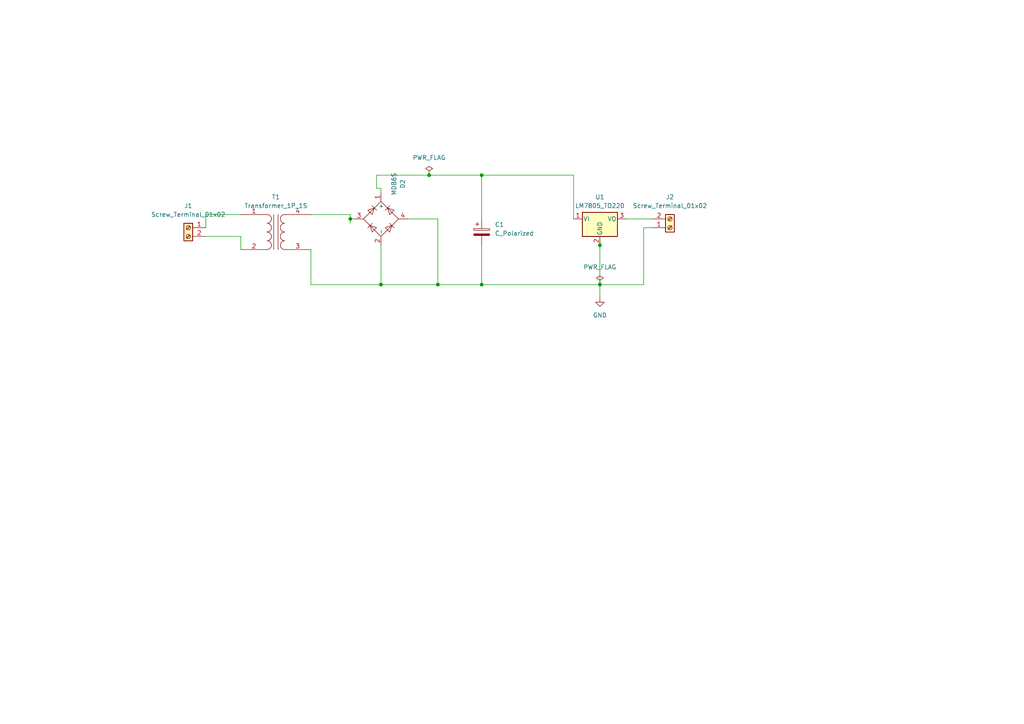
<source format=kicad_sch>
(kicad_sch
	(version 20231120)
	(generator "eeschema")
	(generator_version "8.0")
	(uuid "3c92d884-7798-48df-92d5-21c477ac3593")
	(paper "A4")
	(title_block
		(title "AC TO DC CONVERTOR")
		(date "2025-02-04")
		(rev "V0.01")
		(company "PROTOSEM 1.15")
	)
	(lib_symbols
		(symbol "Connector:Screw_Terminal_01x02"
			(pin_names
				(offset 1.016) hide)
			(exclude_from_sim no)
			(in_bom yes)
			(on_board yes)
			(property "Reference" "J"
				(at 0 2.54 0)
				(effects
					(font
						(size 1.27 1.27)
					)
				)
			)
			(property "Value" "Screw_Terminal_01x02"
				(at 0 -5.08 0)
				(effects
					(font
						(size 1.27 1.27)
					)
				)
			)
			(property "Footprint" ""
				(at 0 0 0)
				(effects
					(font
						(size 1.27 1.27)
					)
					(hide yes)
				)
			)
			(property "Datasheet" "~"
				(at 0 0 0)
				(effects
					(font
						(size 1.27 1.27)
					)
					(hide yes)
				)
			)
			(property "Description" "Generic screw terminal, single row, 01x02, script generated (kicad-library-utils/schlib/autogen/connector/)"
				(at 0 0 0)
				(effects
					(font
						(size 1.27 1.27)
					)
					(hide yes)
				)
			)
			(property "ki_keywords" "screw terminal"
				(at 0 0 0)
				(effects
					(font
						(size 1.27 1.27)
					)
					(hide yes)
				)
			)
			(property "ki_fp_filters" "TerminalBlock*:*"
				(at 0 0 0)
				(effects
					(font
						(size 1.27 1.27)
					)
					(hide yes)
				)
			)
			(symbol "Screw_Terminal_01x02_1_1"
				(rectangle
					(start -1.27 1.27)
					(end 1.27 -3.81)
					(stroke
						(width 0.254)
						(type default)
					)
					(fill
						(type background)
					)
				)
				(circle
					(center 0 -2.54)
					(radius 0.635)
					(stroke
						(width 0.1524)
						(type default)
					)
					(fill
						(type none)
					)
				)
				(polyline
					(pts
						(xy -0.5334 -2.2098) (xy 0.3302 -3.048)
					)
					(stroke
						(width 0.1524)
						(type default)
					)
					(fill
						(type none)
					)
				)
				(polyline
					(pts
						(xy -0.5334 0.3302) (xy 0.3302 -0.508)
					)
					(stroke
						(width 0.1524)
						(type default)
					)
					(fill
						(type none)
					)
				)
				(polyline
					(pts
						(xy -0.3556 -2.032) (xy 0.508 -2.8702)
					)
					(stroke
						(width 0.1524)
						(type default)
					)
					(fill
						(type none)
					)
				)
				(polyline
					(pts
						(xy -0.3556 0.508) (xy 0.508 -0.3302)
					)
					(stroke
						(width 0.1524)
						(type default)
					)
					(fill
						(type none)
					)
				)
				(circle
					(center 0 0)
					(radius 0.635)
					(stroke
						(width 0.1524)
						(type default)
					)
					(fill
						(type none)
					)
				)
				(pin passive line
					(at -5.08 0 0)
					(length 3.81)
					(name "Pin_1"
						(effects
							(font
								(size 1.27 1.27)
							)
						)
					)
					(number "1"
						(effects
							(font
								(size 1.27 1.27)
							)
						)
					)
				)
				(pin passive line
					(at -5.08 -2.54 0)
					(length 3.81)
					(name "Pin_2"
						(effects
							(font
								(size 1.27 1.27)
							)
						)
					)
					(number "2"
						(effects
							(font
								(size 1.27 1.27)
							)
						)
					)
				)
			)
		)
		(symbol "Device:C_Polarized"
			(pin_numbers hide)
			(pin_names
				(offset 0.254)
			)
			(exclude_from_sim no)
			(in_bom yes)
			(on_board yes)
			(property "Reference" "C"
				(at 0.635 2.54 0)
				(effects
					(font
						(size 1.27 1.27)
					)
					(justify left)
				)
			)
			(property "Value" "C_Polarized"
				(at 0.635 -2.54 0)
				(effects
					(font
						(size 1.27 1.27)
					)
					(justify left)
				)
			)
			(property "Footprint" ""
				(at 0.9652 -3.81 0)
				(effects
					(font
						(size 1.27 1.27)
					)
					(hide yes)
				)
			)
			(property "Datasheet" "~"
				(at 0 0 0)
				(effects
					(font
						(size 1.27 1.27)
					)
					(hide yes)
				)
			)
			(property "Description" "Polarized capacitor"
				(at 0 0 0)
				(effects
					(font
						(size 1.27 1.27)
					)
					(hide yes)
				)
			)
			(property "ki_keywords" "cap capacitor"
				(at 0 0 0)
				(effects
					(font
						(size 1.27 1.27)
					)
					(hide yes)
				)
			)
			(property "ki_fp_filters" "CP_*"
				(at 0 0 0)
				(effects
					(font
						(size 1.27 1.27)
					)
					(hide yes)
				)
			)
			(symbol "C_Polarized_0_1"
				(rectangle
					(start -2.286 0.508)
					(end 2.286 1.016)
					(stroke
						(width 0)
						(type default)
					)
					(fill
						(type none)
					)
				)
				(polyline
					(pts
						(xy -1.778 2.286) (xy -0.762 2.286)
					)
					(stroke
						(width 0)
						(type default)
					)
					(fill
						(type none)
					)
				)
				(polyline
					(pts
						(xy -1.27 2.794) (xy -1.27 1.778)
					)
					(stroke
						(width 0)
						(type default)
					)
					(fill
						(type none)
					)
				)
				(rectangle
					(start 2.286 -0.508)
					(end -2.286 -1.016)
					(stroke
						(width 0)
						(type default)
					)
					(fill
						(type outline)
					)
				)
			)
			(symbol "C_Polarized_1_1"
				(pin passive line
					(at 0 3.81 270)
					(length 2.794)
					(name "~"
						(effects
							(font
								(size 1.27 1.27)
							)
						)
					)
					(number "1"
						(effects
							(font
								(size 1.27 1.27)
							)
						)
					)
				)
				(pin passive line
					(at 0 -3.81 90)
					(length 2.794)
					(name "~"
						(effects
							(font
								(size 1.27 1.27)
							)
						)
					)
					(number "2"
						(effects
							(font
								(size 1.27 1.27)
							)
						)
					)
				)
			)
		)
		(symbol "Device:Transformer_1P_1S"
			(pin_names
				(offset 1.016) hide)
			(exclude_from_sim no)
			(in_bom yes)
			(on_board yes)
			(property "Reference" "T"
				(at 0 6.35 0)
				(effects
					(font
						(size 1.27 1.27)
					)
				)
			)
			(property "Value" "Transformer_1P_1S"
				(at 0 -7.62 0)
				(effects
					(font
						(size 1.27 1.27)
					)
				)
			)
			(property "Footprint" ""
				(at 0 0 0)
				(effects
					(font
						(size 1.27 1.27)
					)
					(hide yes)
				)
			)
			(property "Datasheet" "~"
				(at 0 0 0)
				(effects
					(font
						(size 1.27 1.27)
					)
					(hide yes)
				)
			)
			(property "Description" "Transformer, single primary, single secondary"
				(at 0 0 0)
				(effects
					(font
						(size 1.27 1.27)
					)
					(hide yes)
				)
			)
			(property "ki_keywords" "transformer coil magnet"
				(at 0 0 0)
				(effects
					(font
						(size 1.27 1.27)
					)
					(hide yes)
				)
			)
			(symbol "Transformer_1P_1S_0_1"
				(arc
					(start -2.54 -5.0546)
					(mid -1.6599 -4.6901)
					(end -1.27 -3.81)
					(stroke
						(width 0)
						(type default)
					)
					(fill
						(type none)
					)
				)
				(arc
					(start -2.54 -2.5146)
					(mid -1.6599 -2.1501)
					(end -1.27 -1.27)
					(stroke
						(width 0)
						(type default)
					)
					(fill
						(type none)
					)
				)
				(arc
					(start -2.54 0.0254)
					(mid -1.6599 0.3899)
					(end -1.27 1.27)
					(stroke
						(width 0)
						(type default)
					)
					(fill
						(type none)
					)
				)
				(arc
					(start -2.54 2.5654)
					(mid -1.6599 2.9299)
					(end -1.27 3.81)
					(stroke
						(width 0)
						(type default)
					)
					(fill
						(type none)
					)
				)
				(arc
					(start -1.27 -3.81)
					(mid -1.642 -2.912)
					(end -2.54 -2.54)
					(stroke
						(width 0)
						(type default)
					)
					(fill
						(type none)
					)
				)
				(arc
					(start -1.27 -1.27)
					(mid -1.642 -0.372)
					(end -2.54 0)
					(stroke
						(width 0)
						(type default)
					)
					(fill
						(type none)
					)
				)
				(arc
					(start -1.27 1.27)
					(mid -1.642 2.168)
					(end -2.54 2.54)
					(stroke
						(width 0)
						(type default)
					)
					(fill
						(type none)
					)
				)
				(arc
					(start -1.27 3.81)
					(mid -1.642 4.708)
					(end -2.54 5.08)
					(stroke
						(width 0)
						(type default)
					)
					(fill
						(type none)
					)
				)
				(polyline
					(pts
						(xy -0.635 5.08) (xy -0.635 -5.08)
					)
					(stroke
						(width 0)
						(type default)
					)
					(fill
						(type none)
					)
				)
				(polyline
					(pts
						(xy 0.635 -5.08) (xy 0.635 5.08)
					)
					(stroke
						(width 0)
						(type default)
					)
					(fill
						(type none)
					)
				)
				(arc
					(start 1.2954 -1.27)
					(mid 1.6599 -2.1501)
					(end 2.54 -2.5146)
					(stroke
						(width 0)
						(type default)
					)
					(fill
						(type none)
					)
				)
				(arc
					(start 1.2954 1.27)
					(mid 1.6599 0.3899)
					(end 2.54 0.0254)
					(stroke
						(width 0)
						(type default)
					)
					(fill
						(type none)
					)
				)
				(arc
					(start 1.2954 3.81)
					(mid 1.6599 2.9299)
					(end 2.54 2.5654)
					(stroke
						(width 0)
						(type default)
					)
					(fill
						(type none)
					)
				)
				(arc
					(start 1.3208 -3.81)
					(mid 1.6853 -4.6901)
					(end 2.5654 -5.0546)
					(stroke
						(width 0)
						(type default)
					)
					(fill
						(type none)
					)
				)
				(arc
					(start 2.54 0)
					(mid 1.642 -0.372)
					(end 1.2954 -1.27)
					(stroke
						(width 0)
						(type default)
					)
					(fill
						(type none)
					)
				)
				(arc
					(start 2.54 2.54)
					(mid 1.642 2.168)
					(end 1.2954 1.27)
					(stroke
						(width 0)
						(type default)
					)
					(fill
						(type none)
					)
				)
				(arc
					(start 2.54 5.08)
					(mid 1.642 4.708)
					(end 1.2954 3.81)
					(stroke
						(width 0)
						(type default)
					)
					(fill
						(type none)
					)
				)
				(arc
					(start 2.5654 -2.54)
					(mid 1.6674 -2.912)
					(end 1.3208 -3.81)
					(stroke
						(width 0)
						(type default)
					)
					(fill
						(type none)
					)
				)
			)
			(symbol "Transformer_1P_1S_1_1"
				(pin passive line
					(at -10.16 5.08 0)
					(length 7.62)
					(name "AA"
						(effects
							(font
								(size 1.27 1.27)
							)
						)
					)
					(number "1"
						(effects
							(font
								(size 1.27 1.27)
							)
						)
					)
				)
				(pin passive line
					(at -10.16 -5.08 0)
					(length 7.62)
					(name "AB"
						(effects
							(font
								(size 1.27 1.27)
							)
						)
					)
					(number "2"
						(effects
							(font
								(size 1.27 1.27)
							)
						)
					)
				)
				(pin passive line
					(at 10.16 -5.08 180)
					(length 7.62)
					(name "SA"
						(effects
							(font
								(size 1.27 1.27)
							)
						)
					)
					(number "3"
						(effects
							(font
								(size 1.27 1.27)
							)
						)
					)
				)
				(pin passive line
					(at 10.16 5.08 180)
					(length 7.62)
					(name "SB"
						(effects
							(font
								(size 1.27 1.27)
							)
						)
					)
					(number "4"
						(effects
							(font
								(size 1.27 1.27)
							)
						)
					)
				)
			)
		)
		(symbol "Diode_Bridge:MDB6S"
			(exclude_from_sim no)
			(in_bom yes)
			(on_board yes)
			(property "Reference" "D"
				(at 3.81 6.35 0)
				(effects
					(font
						(size 1.27 1.27)
					)
				)
			)
			(property "Value" "MDB6S"
				(at 6.35 3.81 0)
				(effects
					(font
						(size 1.27 1.27)
					)
				)
			)
			(property "Footprint" "Package_SO:TSSOP-4_4.4x5mm_P4mm"
				(at 0 0 0)
				(effects
					(font
						(size 1.27 1.27)
					)
					(hide yes)
				)
			)
			(property "Datasheet" "https://www.onsemi.com/pub/Collateral/MDB8S-D.PDF"
				(at 0 0 0)
				(effects
					(font
						(size 1.27 1.27)
					)
					(hide yes)
				)
			)
			(property "Description" "Single-Phase Bridge Rectifier, 420V Vrms, 1A If, TSSOP-4"
				(at 0 0 0)
				(effects
					(font
						(size 1.27 1.27)
					)
					(hide yes)
				)
			)
			(property "ki_keywords" "bridge diode rectifier ac dc acdc ac-dc"
				(at 0 0 0)
				(effects
					(font
						(size 1.27 1.27)
					)
					(hide yes)
				)
			)
			(property "ki_fp_filters" "TSSOP*4.4x5mm*P4mm*"
				(at 0 0 0)
				(effects
					(font
						(size 1.27 1.27)
					)
					(hide yes)
				)
			)
			(symbol "MDB6S_1_1"
				(polyline
					(pts
						(xy -2.54 3.81) (xy -1.27 2.54)
					)
					(stroke
						(width 0)
						(type default)
					)
					(fill
						(type none)
					)
				)
				(polyline
					(pts
						(xy -1.27 -2.54) (xy -2.54 -3.81)
					)
					(stroke
						(width 0)
						(type default)
					)
					(fill
						(type none)
					)
				)
				(polyline
					(pts
						(xy 2.54 -1.27) (xy 3.81 -2.54)
					)
					(stroke
						(width 0)
						(type default)
					)
					(fill
						(type none)
					)
				)
				(polyline
					(pts
						(xy 2.54 1.27) (xy 3.81 2.54)
					)
					(stroke
						(width 0)
						(type default)
					)
					(fill
						(type none)
					)
				)
				(polyline
					(pts
						(xy -3.81 2.54) (xy -2.54 1.27) (xy -1.905 3.175) (xy -3.81 2.54)
					)
					(stroke
						(width 0)
						(type default)
					)
					(fill
						(type none)
					)
				)
				(polyline
					(pts
						(xy -2.54 -1.27) (xy -3.81 -2.54) (xy -1.905 -3.175) (xy -2.54 -1.27)
					)
					(stroke
						(width 0)
						(type default)
					)
					(fill
						(type none)
					)
				)
				(polyline
					(pts
						(xy 1.27 2.54) (xy 2.54 3.81) (xy 3.175 1.905) (xy 1.27 2.54)
					)
					(stroke
						(width 0)
						(type default)
					)
					(fill
						(type none)
					)
				)
				(polyline
					(pts
						(xy 3.175 -1.905) (xy 1.27 -2.54) (xy 2.54 -3.81) (xy 3.175 -1.905)
					)
					(stroke
						(width 0)
						(type default)
					)
					(fill
						(type none)
					)
				)
				(polyline
					(pts
						(xy -5.08 0) (xy 0 -5.08) (xy 5.08 0) (xy 0 5.08) (xy -5.08 0)
					)
					(stroke
						(width 0)
						(type default)
					)
					(fill
						(type none)
					)
				)
				(pin passive line
					(at 7.62 0 180)
					(length 2.54)
					(name "+"
						(effects
							(font
								(size 1.27 1.27)
							)
						)
					)
					(number "1"
						(effects
							(font
								(size 1.27 1.27)
							)
						)
					)
				)
				(pin passive line
					(at -7.62 0 0)
					(length 2.54)
					(name "-"
						(effects
							(font
								(size 1.27 1.27)
							)
						)
					)
					(number "2"
						(effects
							(font
								(size 1.27 1.27)
							)
						)
					)
				)
				(pin passive line
					(at 0 -7.62 90)
					(length 2.54)
					(name "~"
						(effects
							(font
								(size 1.27 1.27)
							)
						)
					)
					(number "3"
						(effects
							(font
								(size 1.27 1.27)
							)
						)
					)
				)
				(pin passive line
					(at 0 7.62 270)
					(length 2.54)
					(name "~"
						(effects
							(font
								(size 1.27 1.27)
							)
						)
					)
					(number "4"
						(effects
							(font
								(size 1.27 1.27)
							)
						)
					)
				)
			)
		)
		(symbol "Regulator_Linear:LM7805_TO220"
			(pin_names
				(offset 0.254)
			)
			(exclude_from_sim no)
			(in_bom yes)
			(on_board yes)
			(property "Reference" "U"
				(at -3.81 3.175 0)
				(effects
					(font
						(size 1.27 1.27)
					)
				)
			)
			(property "Value" "LM7805_TO220"
				(at 0 3.175 0)
				(effects
					(font
						(size 1.27 1.27)
					)
					(justify left)
				)
			)
			(property "Footprint" "Package_TO_SOT_THT:TO-220-3_Vertical"
				(at 0 5.715 0)
				(effects
					(font
						(size 1.27 1.27)
						(italic yes)
					)
					(hide yes)
				)
			)
			(property "Datasheet" "https://www.onsemi.cn/PowerSolutions/document/MC7800-D.PDF"
				(at 0 -1.27 0)
				(effects
					(font
						(size 1.27 1.27)
					)
					(hide yes)
				)
			)
			(property "Description" "Positive 1A 35V Linear Regulator, Fixed Output 5V, TO-220"
				(at 0 0 0)
				(effects
					(font
						(size 1.27 1.27)
					)
					(hide yes)
				)
			)
			(property "ki_keywords" "Voltage Regulator 1A Positive"
				(at 0 0 0)
				(effects
					(font
						(size 1.27 1.27)
					)
					(hide yes)
				)
			)
			(property "ki_fp_filters" "TO?220*"
				(at 0 0 0)
				(effects
					(font
						(size 1.27 1.27)
					)
					(hide yes)
				)
			)
			(symbol "LM7805_TO220_0_1"
				(rectangle
					(start -5.08 1.905)
					(end 5.08 -5.08)
					(stroke
						(width 0.254)
						(type default)
					)
					(fill
						(type background)
					)
				)
			)
			(symbol "LM7805_TO220_1_1"
				(pin power_in line
					(at -7.62 0 0)
					(length 2.54)
					(name "VI"
						(effects
							(font
								(size 1.27 1.27)
							)
						)
					)
					(number "1"
						(effects
							(font
								(size 1.27 1.27)
							)
						)
					)
				)
				(pin power_in line
					(at 0 -7.62 90)
					(length 2.54)
					(name "GND"
						(effects
							(font
								(size 1.27 1.27)
							)
						)
					)
					(number "2"
						(effects
							(font
								(size 1.27 1.27)
							)
						)
					)
				)
				(pin power_out line
					(at 7.62 0 180)
					(length 2.54)
					(name "VO"
						(effects
							(font
								(size 1.27 1.27)
							)
						)
					)
					(number "3"
						(effects
							(font
								(size 1.27 1.27)
							)
						)
					)
				)
			)
		)
		(symbol "power:GND"
			(power)
			(pin_numbers hide)
			(pin_names
				(offset 0) hide)
			(exclude_from_sim no)
			(in_bom yes)
			(on_board yes)
			(property "Reference" "#PWR"
				(at 0 -6.35 0)
				(effects
					(font
						(size 1.27 1.27)
					)
					(hide yes)
				)
			)
			(property "Value" "GND"
				(at 0 -3.81 0)
				(effects
					(font
						(size 1.27 1.27)
					)
				)
			)
			(property "Footprint" ""
				(at 0 0 0)
				(effects
					(font
						(size 1.27 1.27)
					)
					(hide yes)
				)
			)
			(property "Datasheet" ""
				(at 0 0 0)
				(effects
					(font
						(size 1.27 1.27)
					)
					(hide yes)
				)
			)
			(property "Description" "Power symbol creates a global label with name \"GND\" , ground"
				(at 0 0 0)
				(effects
					(font
						(size 1.27 1.27)
					)
					(hide yes)
				)
			)
			(property "ki_keywords" "global power"
				(at 0 0 0)
				(effects
					(font
						(size 1.27 1.27)
					)
					(hide yes)
				)
			)
			(symbol "GND_0_1"
				(polyline
					(pts
						(xy 0 0) (xy 0 -1.27) (xy 1.27 -1.27) (xy 0 -2.54) (xy -1.27 -1.27) (xy 0 -1.27)
					)
					(stroke
						(width 0)
						(type default)
					)
					(fill
						(type none)
					)
				)
			)
			(symbol "GND_1_1"
				(pin power_in line
					(at 0 0 270)
					(length 0)
					(name "~"
						(effects
							(font
								(size 1.27 1.27)
							)
						)
					)
					(number "1"
						(effects
							(font
								(size 1.27 1.27)
							)
						)
					)
				)
			)
		)
		(symbol "power:PWR_FLAG"
			(power)
			(pin_numbers hide)
			(pin_names
				(offset 0) hide)
			(exclude_from_sim no)
			(in_bom yes)
			(on_board yes)
			(property "Reference" "#FLG"
				(at 0 1.905 0)
				(effects
					(font
						(size 1.27 1.27)
					)
					(hide yes)
				)
			)
			(property "Value" "PWR_FLAG"
				(at 0 3.81 0)
				(effects
					(font
						(size 1.27 1.27)
					)
				)
			)
			(property "Footprint" ""
				(at 0 0 0)
				(effects
					(font
						(size 1.27 1.27)
					)
					(hide yes)
				)
			)
			(property "Datasheet" "~"
				(at 0 0 0)
				(effects
					(font
						(size 1.27 1.27)
					)
					(hide yes)
				)
			)
			(property "Description" "Special symbol for telling ERC where power comes from"
				(at 0 0 0)
				(effects
					(font
						(size 1.27 1.27)
					)
					(hide yes)
				)
			)
			(property "ki_keywords" "flag power"
				(at 0 0 0)
				(effects
					(font
						(size 1.27 1.27)
					)
					(hide yes)
				)
			)
			(symbol "PWR_FLAG_0_0"
				(pin power_out line
					(at 0 0 90)
					(length 0)
					(name "~"
						(effects
							(font
								(size 1.27 1.27)
							)
						)
					)
					(number "1"
						(effects
							(font
								(size 1.27 1.27)
							)
						)
					)
				)
			)
			(symbol "PWR_FLAG_0_1"
				(polyline
					(pts
						(xy 0 0) (xy 0 1.27) (xy -1.016 1.905) (xy 0 2.54) (xy 1.016 1.905) (xy 0 1.27)
					)
					(stroke
						(width 0)
						(type default)
					)
					(fill
						(type none)
					)
				)
			)
		)
	)
	(junction
		(at 173.99 71.12)
		(diameter 0)
		(color 0 0 0 0)
		(uuid "27648a08-bd6a-4674-ad76-54400beb5111")
	)
	(junction
		(at 139.7 82.55)
		(diameter 0)
		(color 0 0 0 0)
		(uuid "36155c92-2b99-4923-a5e3-b34deda7b017")
	)
	(junction
		(at 124.46 50.8)
		(diameter 0)
		(color 0 0 0 0)
		(uuid "790dd621-3291-4227-abed-65194b4c7caf")
	)
	(junction
		(at 173.99 82.55)
		(diameter 0)
		(color 0 0 0 0)
		(uuid "82a35ef7-bc54-433a-b4d2-e315469a4fc9")
	)
	(junction
		(at 127 82.55)
		(diameter 0)
		(color 0 0 0 0)
		(uuid "885b2b58-d29e-4fef-903b-d94abd260464")
	)
	(junction
		(at 139.7 50.8)
		(diameter 0)
		(color 0 0 0 0)
		(uuid "9d3d6e78-5670-4e9c-baff-f08df21cf19a")
	)
	(junction
		(at 101.6 63.5)
		(diameter 0)
		(color 0 0 0 0)
		(uuid "bda201c5-4e95-4ade-a2df-47897ae05ca5")
	)
	(junction
		(at 110.49 82.55)
		(diameter 0)
		(color 0 0 0 0)
		(uuid "fd0717f2-eadf-445f-a4fb-43eacc4ae44e")
	)
	(wire
		(pts
			(xy 173.99 71.12) (xy 173.99 82.55)
		)
		(stroke
			(width 0)
			(type default)
		)
		(uuid "03128bfd-c6d6-447d-92d2-6bdf80b8d812")
	)
	(wire
		(pts
			(xy 90.17 82.55) (xy 110.49 82.55)
		)
		(stroke
			(width 0)
			(type default)
		)
		(uuid "07873e4a-828d-48d3-b05c-9564ba141dbd")
	)
	(wire
		(pts
			(xy 173.99 82.55) (xy 139.7 82.55)
		)
		(stroke
			(width 0)
			(type default)
		)
		(uuid "0afa2903-b9b0-4aaa-a5ac-6fd4e60ab109")
	)
	(wire
		(pts
			(xy 109.22 50.8) (xy 124.46 50.8)
		)
		(stroke
			(width 0)
			(type default)
		)
		(uuid "0e981016-494e-423c-b9cb-84d3fc444f9c")
	)
	(wire
		(pts
			(xy 118.11 63.5) (xy 127 63.5)
		)
		(stroke
			(width 0)
			(type default)
		)
		(uuid "2073fe3e-a449-4e3d-8331-2f7663bd7e06")
	)
	(wire
		(pts
			(xy 139.7 50.8) (xy 166.37 50.8)
		)
		(stroke
			(width 0)
			(type default)
		)
		(uuid "23e6e2da-85a4-43ba-82db-93cd803c9ddf")
	)
	(wire
		(pts
			(xy 186.69 66.04) (xy 186.69 82.55)
		)
		(stroke
			(width 0)
			(type default)
		)
		(uuid "2811d804-a2b2-4298-bdc1-30d027b85949")
	)
	(wire
		(pts
			(xy 139.7 71.12) (xy 139.7 82.55)
		)
		(stroke
			(width 0)
			(type default)
		)
		(uuid "31e59176-a1fa-4c4d-a0e9-2bdd1da429d0")
	)
	(wire
		(pts
			(xy 59.69 68.58) (xy 69.85 68.58)
		)
		(stroke
			(width 0)
			(type default)
		)
		(uuid "37ba7d12-4f38-4abe-b772-dc463a07037d")
	)
	(wire
		(pts
			(xy 69.85 68.58) (xy 69.85 72.39)
		)
		(stroke
			(width 0)
			(type default)
		)
		(uuid "483930f5-72ef-473c-baa9-58b085fd0207")
	)
	(wire
		(pts
			(xy 124.46 50.8) (xy 139.7 50.8)
		)
		(stroke
			(width 0)
			(type default)
		)
		(uuid "49c5ba63-1d48-4b45-81be-101a92a08e6e")
	)
	(wire
		(pts
			(xy 59.69 62.23) (xy 59.69 66.04)
		)
		(stroke
			(width 0)
			(type default)
		)
		(uuid "4e301b5e-f7f1-4638-847f-0c00100c17c6")
	)
	(wire
		(pts
			(xy 110.49 82.55) (xy 127 82.55)
		)
		(stroke
			(width 0)
			(type default)
		)
		(uuid "5ecd4ce7-8d7f-4892-84e7-16b886b9c447")
	)
	(wire
		(pts
			(xy 101.6 63.5) (xy 102.87 63.5)
		)
		(stroke
			(width 0)
			(type default)
		)
		(uuid "63f0e384-2d53-4d48-afad-c70fd2fa4cbf")
	)
	(wire
		(pts
			(xy 110.49 71.12) (xy 110.49 82.55)
		)
		(stroke
			(width 0)
			(type default)
		)
		(uuid "68cb07d7-d0fd-4ba8-9813-c95e9dafea72")
	)
	(wire
		(pts
			(xy 127 63.5) (xy 127 82.55)
		)
		(stroke
			(width 0)
			(type default)
		)
		(uuid "6c3bbd4b-0a8b-43da-906c-691f8bf7b846")
	)
	(wire
		(pts
			(xy 90.17 62.23) (xy 101.6 62.23)
		)
		(stroke
			(width 0)
			(type default)
		)
		(uuid "6d3e071d-546f-455f-9c51-fa2905109486")
	)
	(wire
		(pts
			(xy 173.99 82.55) (xy 173.99 86.36)
		)
		(stroke
			(width 0)
			(type default)
		)
		(uuid "6eb459b6-39ff-43a5-86d0-b095b4223e56")
	)
	(wire
		(pts
			(xy 101.6 63.5) (xy 101.6 64.77)
		)
		(stroke
			(width 0)
			(type default)
		)
		(uuid "769bea98-3072-46c9-a486-5370c0f6449f")
	)
	(wire
		(pts
			(xy 69.85 62.23) (xy 59.69 62.23)
		)
		(stroke
			(width 0)
			(type default)
		)
		(uuid "87d09074-861a-4538-accf-81fb1aadcdc0")
	)
	(wire
		(pts
			(xy 181.61 63.5) (xy 189.23 63.5)
		)
		(stroke
			(width 0)
			(type default)
		)
		(uuid "8ab3dcbc-e14d-4f98-ad90-f4a8c915c0d7")
	)
	(wire
		(pts
			(xy 109.22 50.8) (xy 109.22 54.61)
		)
		(stroke
			(width 0)
			(type default)
		)
		(uuid "ad067933-0e34-4ab4-a782-902c491c9b0d")
	)
	(wire
		(pts
			(xy 139.7 50.8) (xy 139.7 63.5)
		)
		(stroke
			(width 0)
			(type default)
		)
		(uuid "b2919f57-cb2a-4d8e-bf72-542effad052a")
	)
	(wire
		(pts
			(xy 186.69 82.55) (xy 173.99 82.55)
		)
		(stroke
			(width 0)
			(type default)
		)
		(uuid "b5322156-7ae8-4ac5-a671-854a6c878152")
	)
	(wire
		(pts
			(xy 139.7 82.55) (xy 127 82.55)
		)
		(stroke
			(width 0)
			(type default)
		)
		(uuid "b7dda80f-1e85-4479-9ba9-36a7dd9ae09f")
	)
	(wire
		(pts
			(xy 110.49 54.61) (xy 110.49 55.88)
		)
		(stroke
			(width 0)
			(type default)
		)
		(uuid "b966fd7a-5ca8-48c3-a5a8-45e4a7b3e520")
	)
	(wire
		(pts
			(xy 101.6 62.23) (xy 101.6 63.5)
		)
		(stroke
			(width 0)
			(type default)
		)
		(uuid "cb651145-19db-4db6-8550-be9e3090f98f")
	)
	(wire
		(pts
			(xy 109.22 54.61) (xy 110.49 54.61)
		)
		(stroke
			(width 0)
			(type default)
		)
		(uuid "d9aec051-4cd6-427c-9905-70af1754b13b")
	)
	(wire
		(pts
			(xy 186.69 66.04) (xy 189.23 66.04)
		)
		(stroke
			(width 0)
			(type default)
		)
		(uuid "ddc9fcd8-f1d8-4fcb-a36f-64407ee1121b")
	)
	(wire
		(pts
			(xy 90.17 72.39) (xy 90.17 82.55)
		)
		(stroke
			(width 0)
			(type default)
		)
		(uuid "f3d2e5b2-0e7f-46fe-b309-a81ad4e9f0e2")
	)
	(wire
		(pts
			(xy 173.99 69.85) (xy 173.99 71.12)
		)
		(stroke
			(width 0)
			(type default)
		)
		(uuid "f868def7-21b7-490a-8d5c-4c4c2390cb2f")
	)
	(wire
		(pts
			(xy 166.37 50.8) (xy 166.37 63.5)
		)
		(stroke
			(width 0)
			(type default)
		)
		(uuid "fa6274f8-1716-4958-9eca-cd528eb8da29")
	)
	(symbol
		(lib_id "Device:C_Polarized")
		(at 139.7 67.31 0)
		(unit 1)
		(exclude_from_sim no)
		(in_bom yes)
		(on_board yes)
		(dnp no)
		(fields_autoplaced yes)
		(uuid "18890b25-0548-48cc-879f-62909a0b4f65")
		(property "Reference" "C1"
			(at 143.51 65.1509 0)
			(effects
				(font
					(size 1.27 1.27)
				)
				(justify left)
			)
		)
		(property "Value" "C_Polarized"
			(at 143.51 67.6909 0)
			(effects
				(font
					(size 1.27 1.27)
				)
				(justify left)
			)
		)
		(property "Footprint" "Capacitor_THT:CP_Radial_D10.0mm_P5.00mm_P7.50mm"
			(at 140.6652 71.12 0)
			(effects
				(font
					(size 1.27 1.27)
				)
				(hide yes)
			)
		)
		(property "Datasheet" "~"
			(at 139.7 67.31 0)
			(effects
				(font
					(size 1.27 1.27)
				)
				(hide yes)
			)
		)
		(property "Description" "Polarized capacitor"
			(at 139.7 67.31 0)
			(effects
				(font
					(size 1.27 1.27)
				)
				(hide yes)
			)
		)
		(pin "1"
			(uuid "2e52c7fa-98f5-41ae-beeb-3a5b00382d34")
		)
		(pin "2"
			(uuid "44dcab72-1cae-4327-aefd-0ba71b5cb4be")
		)
		(instances
			(project ""
				(path "/3c92d884-7798-48df-92d5-21c477ac3593"
					(reference "C1")
					(unit 1)
				)
			)
		)
	)
	(symbol
		(lib_id "Diode_Bridge:MDB6S")
		(at 110.49 63.5 270)
		(mirror x)
		(unit 1)
		(exclude_from_sim no)
		(in_bom yes)
		(on_board yes)
		(dnp no)
		(uuid "3a2eb04f-4623-4129-bbb3-10886706c63e")
		(property "Reference" "D2"
			(at 116.8086 53.34 0)
			(effects
				(font
					(size 1.27 1.27)
				)
			)
		)
		(property "Value" "MDB6S"
			(at 114.2686 53.34 0)
			(effects
				(font
					(size 1.27 1.27)
				)
			)
		)
		(property "Footprint" "Package_SO:TSSOP-4_4.4x5mm_P4mm"
			(at 110.49 63.5 0)
			(effects
				(font
					(size 1.27 1.27)
				)
				(hide yes)
			)
		)
		(property "Datasheet" "https://www.onsemi.com/pub/Collateral/MDB8S-D.PDF"
			(at 110.49 63.5 0)
			(effects
				(font
					(size 1.27 1.27)
				)
				(hide yes)
			)
		)
		(property "Description" "Single-Phase Bridge Rectifier, 420V Vrms, 1A If, TSSOP-4"
			(at 110.49 63.5 0)
			(effects
				(font
					(size 1.27 1.27)
				)
				(hide yes)
			)
		)
		(pin "2"
			(uuid "143fb12d-6017-4329-8a39-1162b1c5296a")
		)
		(pin "3"
			(uuid "14e6b0ec-b3c2-4516-9459-c4bdb7be8d20")
		)
		(pin "4"
			(uuid "da53381e-2625-438b-9dc7-08a04f7824bf")
		)
		(pin "1"
			(uuid "278f4381-5d25-40ec-a17c-4239da8a168a")
		)
		(instances
			(project ""
				(path "/3c92d884-7798-48df-92d5-21c477ac3593"
					(reference "D2")
					(unit 1)
				)
			)
		)
	)
	(symbol
		(lib_id "Connector:Screw_Terminal_01x02")
		(at 194.31 66.04 0)
		(mirror x)
		(unit 1)
		(exclude_from_sim no)
		(in_bom yes)
		(on_board yes)
		(dnp no)
		(fields_autoplaced yes)
		(uuid "47a407a7-783f-4544-93e4-d6d381922d4a")
		(property "Reference" "J2"
			(at 194.31 57.15 0)
			(effects
				(font
					(size 1.27 1.27)
				)
			)
		)
		(property "Value" "Screw_Terminal_01x02"
			(at 194.31 59.69 0)
			(effects
				(font
					(size 1.27 1.27)
				)
			)
		)
		(property "Footprint" "TerminalBlock:TerminalBlock_Altech_AK300-2_P5.00mm"
			(at 194.31 66.04 0)
			(effects
				(font
					(size 1.27 1.27)
				)
				(hide yes)
			)
		)
		(property "Datasheet" "~"
			(at 194.31 66.04 0)
			(effects
				(font
					(size 1.27 1.27)
				)
				(hide yes)
			)
		)
		(property "Description" "Generic screw terminal, single row, 01x02, script generated (kicad-library-utils/schlib/autogen/connector/)"
			(at 194.31 66.04 0)
			(effects
				(font
					(size 1.27 1.27)
				)
				(hide yes)
			)
		)
		(pin "2"
			(uuid "cf269de4-9b53-425f-b675-bef7e64fb9e3")
		)
		(pin "1"
			(uuid "62e48e10-5421-46f3-ae23-5004615a0f77")
		)
		(instances
			(project "AC to DC"
				(path "/3c92d884-7798-48df-92d5-21c477ac3593"
					(reference "J2")
					(unit 1)
				)
			)
		)
	)
	(symbol
		(lib_id "Device:Transformer_1P_1S")
		(at 80.01 67.31 0)
		(unit 1)
		(exclude_from_sim no)
		(in_bom yes)
		(on_board yes)
		(dnp no)
		(fields_autoplaced yes)
		(uuid "4e8677d3-c232-4cb3-a117-7bafef79349e")
		(property "Reference" "T1"
			(at 80.0227 57.15 0)
			(effects
				(font
					(size 1.27 1.27)
				)
			)
		)
		(property "Value" "Transformer_1P_1S"
			(at 80.0227 59.69 0)
			(effects
				(font
					(size 1.27 1.27)
				)
			)
		)
		(property "Footprint" "Transformer_THT:Transformer_Zeming_ZMPT101K"
			(at 80.01 67.31 0)
			(effects
				(font
					(size 1.27 1.27)
				)
				(hide yes)
			)
		)
		(property "Datasheet" "~"
			(at 80.01 67.31 0)
			(effects
				(font
					(size 1.27 1.27)
				)
				(hide yes)
			)
		)
		(property "Description" "Transformer, single primary, single secondary"
			(at 80.01 67.31 0)
			(effects
				(font
					(size 1.27 1.27)
				)
				(hide yes)
			)
		)
		(pin "3"
			(uuid "0ae9c8ac-d7be-4e85-b1c2-d8f200875ffb")
		)
		(pin "2"
			(uuid "a04f64e8-1297-413d-8e93-90f7e598e49b")
		)
		(pin "1"
			(uuid "aaf114bf-5f4e-4ca4-a179-2b72531ab1f9")
		)
		(pin "4"
			(uuid "6917217d-2a32-4780-9cb3-2d4add0f8ce5")
		)
		(instances
			(project ""
				(path "/3c92d884-7798-48df-92d5-21c477ac3593"
					(reference "T1")
					(unit 1)
				)
			)
		)
	)
	(symbol
		(lib_id "power:GND")
		(at 173.99 86.36 0)
		(unit 1)
		(exclude_from_sim no)
		(in_bom yes)
		(on_board yes)
		(dnp no)
		(fields_autoplaced yes)
		(uuid "a76ab74a-361a-4030-8cb9-31c50a8397a6")
		(property "Reference" "#PWR01"
			(at 173.99 92.71 0)
			(effects
				(font
					(size 1.27 1.27)
				)
				(hide yes)
			)
		)
		(property "Value" "GND"
			(at 173.99 91.44 0)
			(effects
				(font
					(size 1.27 1.27)
				)
			)
		)
		(property "Footprint" ""
			(at 173.99 86.36 0)
			(effects
				(font
					(size 1.27 1.27)
				)
				(hide yes)
			)
		)
		(property "Datasheet" ""
			(at 173.99 86.36 0)
			(effects
				(font
					(size 1.27 1.27)
				)
				(hide yes)
			)
		)
		(property "Description" "Power symbol creates a global label with name \"GND\" , ground"
			(at 173.99 86.36 0)
			(effects
				(font
					(size 1.27 1.27)
				)
				(hide yes)
			)
		)
		(pin "1"
			(uuid "b109e603-ed55-4f5f-8b36-7bb50b24c65f")
		)
		(instances
			(project ""
				(path "/3c92d884-7798-48df-92d5-21c477ac3593"
					(reference "#PWR01")
					(unit 1)
				)
			)
		)
	)
	(symbol
		(lib_id "power:PWR_FLAG")
		(at 124.46 50.8 0)
		(unit 1)
		(exclude_from_sim no)
		(in_bom yes)
		(on_board yes)
		(dnp no)
		(fields_autoplaced yes)
		(uuid "bd898bc1-f4c8-45df-b93b-69beeebffee8")
		(property "Reference" "#FLG03"
			(at 124.46 48.895 0)
			(effects
				(font
					(size 1.27 1.27)
				)
				(hide yes)
			)
		)
		(property "Value" "PWR_FLAG"
			(at 124.46 45.72 0)
			(effects
				(font
					(size 1.27 1.27)
				)
			)
		)
		(property "Footprint" ""
			(at 124.46 50.8 0)
			(effects
				(font
					(size 1.27 1.27)
				)
				(hide yes)
			)
		)
		(property "Datasheet" "~"
			(at 124.46 50.8 0)
			(effects
				(font
					(size 1.27 1.27)
				)
				(hide yes)
			)
		)
		(property "Description" "Special symbol for telling ERC where power comes from"
			(at 124.46 50.8 0)
			(effects
				(font
					(size 1.27 1.27)
				)
				(hide yes)
			)
		)
		(pin "1"
			(uuid "cb643226-4130-43a1-8db6-dd584519644e")
		)
		(instances
			(project ""
				(path "/3c92d884-7798-48df-92d5-21c477ac3593"
					(reference "#FLG03")
					(unit 1)
				)
			)
		)
	)
	(symbol
		(lib_id "Regulator_Linear:LM7805_TO220")
		(at 173.99 63.5 0)
		(unit 1)
		(exclude_from_sim no)
		(in_bom yes)
		(on_board yes)
		(dnp no)
		(fields_autoplaced yes)
		(uuid "e104816c-33fc-4490-9fae-fd9ff82155c3")
		(property "Reference" "U1"
			(at 173.99 57.15 0)
			(effects
				(font
					(size 1.27 1.27)
				)
			)
		)
		(property "Value" "LM7805_TO220"
			(at 173.99 59.69 0)
			(effects
				(font
					(size 1.27 1.27)
				)
			)
		)
		(property "Footprint" "Package_TO_SOT_THT:TO-220-3_Vertical"
			(at 173.99 57.785 0)
			(effects
				(font
					(size 1.27 1.27)
					(italic yes)
				)
				(hide yes)
			)
		)
		(property "Datasheet" "https://www.onsemi.cn/PowerSolutions/document/MC7800-D.PDF"
			(at 173.99 64.77 0)
			(effects
				(font
					(size 1.27 1.27)
				)
				(hide yes)
			)
		)
		(property "Description" "Positive 1A 35V Linear Regulator, Fixed Output 5V, TO-220"
			(at 173.99 63.5 0)
			(effects
				(font
					(size 1.27 1.27)
				)
				(hide yes)
			)
		)
		(pin "3"
			(uuid "69f2e97c-d53d-42a0-8bca-a99888d65a51")
		)
		(pin "2"
			(uuid "74c9302d-e5f3-4d03-aa19-27608d7dc370")
		)
		(pin "1"
			(uuid "d9475c19-001d-44e4-a74f-248211b10df1")
		)
		(instances
			(project ""
				(path "/3c92d884-7798-48df-92d5-21c477ac3593"
					(reference "U1")
					(unit 1)
				)
			)
		)
	)
	(symbol
		(lib_id "power:PWR_FLAG")
		(at 173.99 82.55 0)
		(unit 1)
		(exclude_from_sim no)
		(in_bom yes)
		(on_board yes)
		(dnp no)
		(fields_autoplaced yes)
		(uuid "ee141646-daa9-44af-a76d-fbe2f5957834")
		(property "Reference" "#FLG01"
			(at 173.99 80.645 0)
			(effects
				(font
					(size 1.27 1.27)
				)
				(hide yes)
			)
		)
		(property "Value" "PWR_FLAG"
			(at 173.99 77.47 0)
			(effects
				(font
					(size 1.27 1.27)
				)
			)
		)
		(property "Footprint" ""
			(at 173.99 82.55 0)
			(effects
				(font
					(size 1.27 1.27)
				)
				(hide yes)
			)
		)
		(property "Datasheet" "~"
			(at 173.99 82.55 0)
			(effects
				(font
					(size 1.27 1.27)
				)
				(hide yes)
			)
		)
		(property "Description" "Special symbol for telling ERC where power comes from"
			(at 173.99 82.55 0)
			(effects
				(font
					(size 1.27 1.27)
				)
				(hide yes)
			)
		)
		(pin "1"
			(uuid "b8c608c6-49ae-4bbd-88aa-f9a20addd8cf")
		)
		(instances
			(project ""
				(path "/3c92d884-7798-48df-92d5-21c477ac3593"
					(reference "#FLG01")
					(unit 1)
				)
			)
		)
	)
	(symbol
		(lib_id "Connector:Screw_Terminal_01x02")
		(at 54.61 66.04 0)
		(mirror y)
		(unit 1)
		(exclude_from_sim no)
		(in_bom yes)
		(on_board yes)
		(dnp no)
		(fields_autoplaced yes)
		(uuid "f5fbc9c0-188b-46f3-a794-021b041a1c37")
		(property "Reference" "J1"
			(at 54.61 59.69 0)
			(effects
				(font
					(size 1.27 1.27)
				)
			)
		)
		(property "Value" "Screw_Terminal_01x02"
			(at 54.61 62.23 0)
			(effects
				(font
					(size 1.27 1.27)
				)
			)
		)
		(property "Footprint" "TerminalBlock:TerminalBlock_Altech_AK300-2_P5.00mm"
			(at 54.61 66.04 0)
			(effects
				(font
					(size 1.27 1.27)
				)
				(hide yes)
			)
		)
		(property "Datasheet" "~"
			(at 54.61 66.04 0)
			(effects
				(font
					(size 1.27 1.27)
				)
				(hide yes)
			)
		)
		(property "Description" "Generic screw terminal, single row, 01x02, script generated (kicad-library-utils/schlib/autogen/connector/)"
			(at 54.61 66.04 0)
			(effects
				(font
					(size 1.27 1.27)
				)
				(hide yes)
			)
		)
		(pin "2"
			(uuid "298d0d20-f09f-4c0e-89a4-5261442c8a10")
		)
		(pin "1"
			(uuid "3bed9521-0f7a-4a85-abbc-8abf66d3bbd2")
		)
		(instances
			(project ""
				(path "/3c92d884-7798-48df-92d5-21c477ac3593"
					(reference "J1")
					(unit 1)
				)
			)
		)
	)
	(sheet_instances
		(path "/"
			(page "1")
		)
	)
)

</source>
